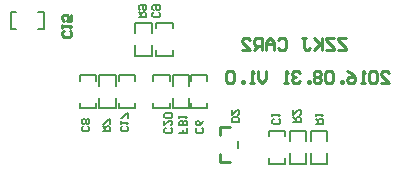
<source format=gbo>
G04 Layer_Color=32896*
%FSLAX25Y25*%
%MOIN*%
G70*
G01*
G75*
%ADD22C,0.01000*%
%ADD36C,0.00800*%
%ADD39C,0.00787*%
D22*
X77520Y30390D02*
Y32988D01*
X80728D01*
X77520Y21492D02*
X80728D01*
X77520D02*
Y24091D01*
Y21492D02*
Y24091D01*
Y21492D02*
Y24091D01*
X27499Y64999D02*
X27999Y64499D01*
Y63500D01*
X27499Y63000D01*
X25500D01*
X25000Y63500D01*
Y64499D01*
X25500Y64999D01*
X25000Y65999D02*
Y66999D01*
Y66499D01*
X27999D01*
X27499Y65999D01*
X27999Y70498D02*
Y68498D01*
X26500D01*
X26999Y69498D01*
Y69998D01*
X26500Y70498D01*
X25500D01*
X25000Y69998D01*
Y68998D01*
X25500Y68498D01*
X131334Y47500D02*
X134000D01*
X131334Y50166D01*
Y50832D01*
X132001Y51499D01*
X133334D01*
X134000Y50832D01*
X130001D02*
X129335Y51499D01*
X128002D01*
X127336Y50832D01*
Y48166D01*
X128002Y47500D01*
X129335D01*
X130001Y48166D01*
Y50832D01*
X126003Y47500D02*
X124670D01*
X125336D01*
Y51499D01*
X126003Y50832D01*
X120004Y51499D02*
X121337Y50832D01*
X122670Y49499D01*
Y48166D01*
X122004Y47500D01*
X120671D01*
X120004Y48166D01*
Y48833D01*
X120671Y49499D01*
X122670D01*
X118672Y47500D02*
Y48166D01*
X118005D01*
Y47500D01*
X118672D01*
X115339Y50832D02*
X114673Y51499D01*
X113340D01*
X112674Y50832D01*
Y48166D01*
X113340Y47500D01*
X114673D01*
X115339Y48166D01*
Y50832D01*
X111341D02*
X110674Y51499D01*
X109341D01*
X108675Y50832D01*
Y50166D01*
X109341Y49499D01*
X108675Y48833D01*
Y48166D01*
X109341Y47500D01*
X110674D01*
X111341Y48166D01*
Y48833D01*
X110674Y49499D01*
X111341Y50166D01*
Y50832D01*
X110674Y49499D02*
X109341D01*
X107342Y47500D02*
Y48166D01*
X106676D01*
Y47500D01*
X107342D01*
X104010Y50832D02*
X103343Y51499D01*
X102010D01*
X101344Y50832D01*
Y50166D01*
X102010Y49499D01*
X102677D01*
X102010D01*
X101344Y48833D01*
Y48166D01*
X102010Y47500D01*
X103343D01*
X104010Y48166D01*
X100011Y47500D02*
X98678D01*
X99344D01*
Y51499D01*
X100011Y50832D01*
X92680Y51499D02*
Y48833D01*
X91347Y47500D01*
X90014Y48833D01*
Y51499D01*
X88681Y47500D02*
X87348D01*
X88015D01*
Y51499D01*
X88681Y50832D01*
X85349Y47500D02*
Y48166D01*
X84683D01*
Y47500D01*
X85349D01*
X82017Y50832D02*
X81350Y51499D01*
X80017D01*
X79351Y50832D01*
Y48166D01*
X80017Y47500D01*
X81350D01*
X82017Y48166D01*
Y50832D01*
X119500Y62499D02*
X116834D01*
Y61832D01*
X119500Y59166D01*
Y58500D01*
X116834D01*
X115501Y62499D02*
X112836D01*
Y61832D01*
X115501Y59166D01*
Y58500D01*
X112836D01*
X111503Y62499D02*
Y58500D01*
Y59833D01*
X108837Y62499D01*
X110836Y60499D01*
X108837Y58500D01*
X104838Y62499D02*
X106171D01*
X105505D01*
Y59166D01*
X106171Y58500D01*
X106837D01*
X107504Y59166D01*
X96841Y61832D02*
X97507Y62499D01*
X98840D01*
X99506Y61832D01*
Y59166D01*
X98840Y58500D01*
X97507D01*
X96841Y59166D01*
X95508Y58500D02*
Y61166D01*
X94175Y62499D01*
X92842Y61166D01*
Y58500D01*
Y60499D01*
X95508D01*
X91509Y58500D02*
Y62499D01*
X89510D01*
X88843Y61832D01*
Y60499D01*
X89510Y59833D01*
X91509D01*
X90176D02*
X88843Y58500D01*
X84844D02*
X87510D01*
X84844Y61166D01*
Y61832D01*
X85511Y62499D01*
X86844D01*
X87510Y61832D01*
D36*
X7756Y65700D02*
Y71300D01*
Y65700D02*
X9556D01*
X7756Y71300D02*
X9556D01*
X16956Y65700D02*
X18756D01*
X16956Y71300D02*
X18756D01*
Y65700D02*
Y71300D01*
X56200Y67756D02*
X61800D01*
X56200Y65956D02*
Y67756D01*
X61800Y65956D02*
Y67756D01*
X56200Y56756D02*
Y58556D01*
X61800Y56756D02*
Y58556D01*
X56200Y56756D02*
X61800D01*
X30700Y39256D02*
X36300D01*
Y41056D01*
X30700Y39256D02*
Y41056D01*
X36300Y48456D02*
Y50256D01*
X30700Y48456D02*
Y50256D01*
X36300D01*
X49200Y64256D02*
Y67756D01*
X49200Y67756D02*
X54800D01*
Y64256D02*
Y67756D01*
X49200Y56756D02*
Y60256D01*
Y56756D02*
X54800D01*
X54800Y56756D02*
Y60256D01*
X42800Y39256D02*
Y42756D01*
X37200Y39256D02*
X42800D01*
X37200Y39256D02*
Y42756D01*
X42800Y46756D02*
Y50256D01*
X37200Y50256D02*
X42800D01*
X37200Y46756D02*
Y50256D01*
X67700Y39244D02*
X73300D01*
Y41044D01*
X67700Y39244D02*
Y41044D01*
X73300Y48444D02*
Y50244D01*
X67700Y48444D02*
Y50244D01*
X73300D01*
X43700Y39244D02*
X49300D01*
Y41044D01*
X43700Y39244D02*
Y41044D01*
X49300Y48444D02*
Y50244D01*
X43700Y48444D02*
Y50244D01*
X49300D01*
X55200Y39256D02*
X60800D01*
Y41056D01*
X55200Y39256D02*
Y41056D01*
X60800Y48456D02*
Y50256D01*
X55200Y48456D02*
Y50256D01*
X60800D01*
X61700Y46756D02*
Y50256D01*
X61700Y50256D02*
X67300D01*
Y46756D02*
Y50256D01*
X61700Y39256D02*
Y42756D01*
Y39256D02*
X67300D01*
X67300Y39256D02*
Y42756D01*
X93700Y20744D02*
X99300D01*
Y22544D01*
X93700Y20744D02*
Y22544D01*
X99300Y29944D02*
Y31744D01*
X93700Y29944D02*
Y31744D01*
X99300D01*
X107700Y28244D02*
Y31744D01*
X107700Y31744D02*
X113300D01*
Y28244D02*
Y31744D01*
X107700Y20744D02*
Y24244D01*
Y20744D02*
X113300D01*
X113300Y20744D02*
Y24244D01*
X100700Y28244D02*
Y31744D01*
X100700Y31744D02*
X106300D01*
Y28244D02*
Y31744D01*
X100700Y20744D02*
Y24244D01*
Y20744D02*
X106300D01*
X106300Y20744D02*
Y24244D01*
X57083Y71166D02*
X57499Y70750D01*
Y69916D01*
X57083Y69500D01*
X55417D01*
X55000Y69916D01*
Y70750D01*
X55417Y71166D01*
Y71999D02*
X55000Y72416D01*
Y73249D01*
X55417Y73665D01*
X57083D01*
X57499Y73249D01*
Y72416D01*
X57083Y71999D01*
X56666D01*
X56250Y72416D01*
Y73665D01*
X33583Y33166D02*
X33999Y32750D01*
Y31916D01*
X33583Y31500D01*
X31916D01*
X31500Y31916D01*
Y32750D01*
X31916Y33166D01*
X33583Y33999D02*
X33999Y34416D01*
Y35249D01*
X33583Y35665D01*
X33166D01*
X32750Y35249D01*
X32333Y35665D01*
X31916D01*
X31500Y35249D01*
Y34416D01*
X31916Y33999D01*
X32333D01*
X32750Y34416D01*
X33166Y33999D01*
X33583D01*
X32750Y34416D02*
Y35249D01*
X50500Y69500D02*
X52999D01*
Y70750D01*
X52583Y71166D01*
X51750D01*
X51333Y70750D01*
Y69500D01*
Y70333D02*
X50500Y71166D01*
X50916Y71999D02*
X50500Y72416D01*
Y73249D01*
X50916Y73665D01*
X52583D01*
X52999Y73249D01*
Y72416D01*
X52583Y71999D01*
X52166D01*
X51750Y72416D01*
Y73665D01*
X38500Y31500D02*
X40999D01*
Y32750D01*
X40583Y33166D01*
X39750D01*
X39333Y32750D01*
Y31500D01*
Y32333D02*
X38500Y33166D01*
X40999Y33999D02*
Y35665D01*
X40583D01*
X38917Y33999D01*
X38500D01*
X102000Y34500D02*
X104499D01*
Y35750D01*
X104083Y36166D01*
X103250D01*
X102833Y35750D01*
Y34500D01*
Y35333D02*
X102000Y36166D01*
Y38665D02*
Y36999D01*
X103666Y38665D01*
X104083D01*
X104499Y38249D01*
Y37416D01*
X104083Y36999D01*
X109500Y34000D02*
X111999D01*
Y35250D01*
X111583Y35666D01*
X110750D01*
X110333Y35250D01*
Y34000D01*
Y34833D02*
X109500Y35666D01*
Y36499D02*
Y37332D01*
Y36916D01*
X111999D01*
X111583Y36499D01*
X97083Y35666D02*
X97499Y35250D01*
Y34416D01*
X97083Y34000D01*
X95416D01*
X95000Y34416D01*
Y35250D01*
X95416Y35666D01*
X95000Y36499D02*
Y37332D01*
Y36916D01*
X97499D01*
X97083Y36499D01*
X71583Y32666D02*
X71999Y32250D01*
Y31416D01*
X71583Y31000D01*
X69916D01*
X69500Y31416D01*
Y32250D01*
X69916Y32666D01*
X71999Y35165D02*
X71583Y34332D01*
X70750Y33499D01*
X69916D01*
X69500Y33916D01*
Y34749D01*
X69916Y35165D01*
X70333D01*
X70750Y34749D01*
Y33499D01*
X46583Y33166D02*
X46999Y32750D01*
Y31916D01*
X46583Y31500D01*
X44916D01*
X44500Y31916D01*
Y32750D01*
X44916Y33166D01*
X44500Y33999D02*
Y34832D01*
Y34416D01*
X46999D01*
X46583Y33999D01*
X46999Y36082D02*
Y37748D01*
X46583D01*
X44916Y36082D01*
X44500D01*
X61083Y32666D02*
X61499Y32250D01*
Y31416D01*
X61083Y31000D01*
X59417D01*
X59000Y31416D01*
Y32250D01*
X59417Y32666D01*
X59000Y35165D02*
Y33499D01*
X60666Y35165D01*
X61083D01*
X61499Y34749D01*
Y33916D01*
X61083Y33499D01*
Y35998D02*
X61499Y36415D01*
Y37248D01*
X61083Y37664D01*
X59417D01*
X59000Y37248D01*
Y36415D01*
X59417Y35998D01*
X61083D01*
X83999Y34500D02*
X81500D01*
Y35750D01*
X81916Y36166D01*
X83583D01*
X83999Y35750D01*
Y34500D01*
X81500Y38665D02*
Y36999D01*
X83166Y38665D01*
X83583D01*
X83999Y38249D01*
Y37416D01*
X83583Y36999D01*
X66499Y32666D02*
Y31000D01*
X65250D01*
Y31833D01*
Y31000D01*
X64000D01*
X66499Y33499D02*
X64000D01*
Y34749D01*
X64416Y35165D01*
X64833D01*
X65250Y34749D01*
Y33499D01*
Y34749D01*
X65666Y35165D01*
X66083D01*
X66499Y34749D01*
Y33499D01*
X64000Y35998D02*
Y36831D01*
Y36415D01*
X66499D01*
X66083Y35998D01*
D39*
X83622Y26059D02*
Y28421D01*
M02*

</source>
